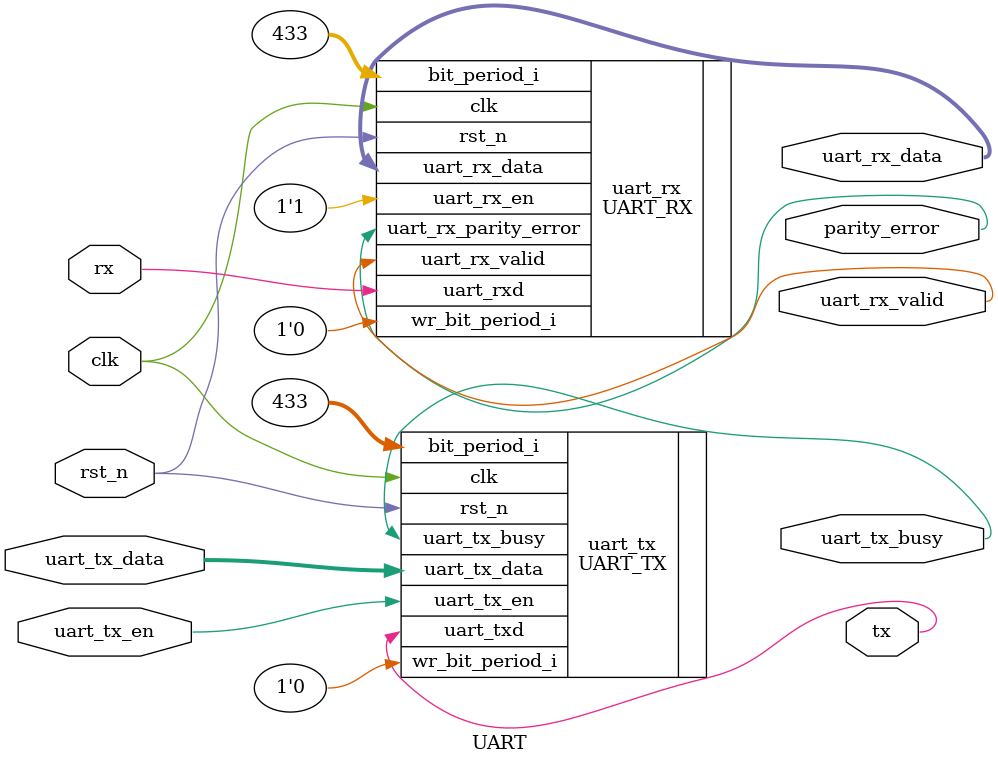
<source format=sv>
module UART #(
    parameter BIT_RATE = 115200,  // Baud rate
    parameter CLK_FREQ = 50000000 // Clock frequency
) (
    input  logic clk,
    input  logic rst_n,

    input  logic rx,
    output logic tx,

    input  logic uart_tx_en,
    input  logic [7:0] uart_tx_data,
    output logic uart_tx_busy,

    output logic uart_rx_valid,
    output logic [7:0] uart_rx_data,
    
    output logic parity_error
);
    

UART_TX #(
    .BAUD_RATE  (BIT_RATE),
    .CLK_FREQ   (CLK_FREQ)
) uart_tx (
    .clk             (clk),
    .rst_n           (rst_n),

    .wr_bit_period_i (1'b0),
    .bit_period_i    (CLK_FREQ / BIT_RATE - 1),

    .uart_tx_en      (uart_tx_en),
    .uart_tx_data    (uart_tx_data),
    .uart_txd        (tx),
    .uart_tx_busy    (uart_tx_busy)
);

UART_RX #(
    .BAUD_RATE       (BIT_RATE),
    .CLK_FREQ        (CLK_FREQ)
) uart_rx (
    .clk             (clk),
    .rst_n           (rst_n),

    .wr_bit_period_i (1'b0),
    .bit_period_i    (CLK_FREQ / BIT_RATE - 1),

    .uart_rxd        (rx),
    .uart_rx_en      (1'b1),
    .uart_rx_valid   (uart_rx_valid),
    .uart_rx_data    (uart_rx_data),
    .uart_rx_parity_error (parity_error),
);

endmodule
</source>
